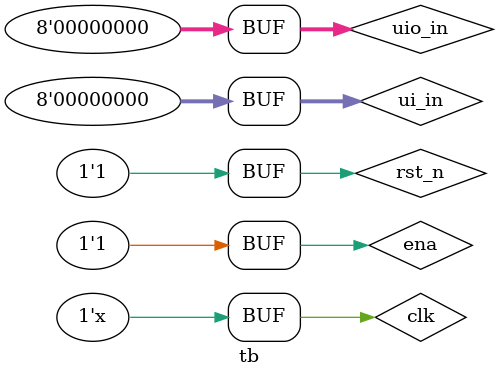
<source format=v>
`default_nettype none
`timescale 1ns / 1ps

/* This testbench instantiates your Weighted Majority Voter design
   and applies a simple input stimulus with reset sequence.
   It dumps waveform for viewing in gtkwave or similar.
*/
module tb ();

    // Dump the signals to a VCD file.
    initial begin
        $dumpfile("tb.vcd");
        $dumpvars(0, tb);
        #1;
    end

    reg clk;
    reg rst_n;
    reg ena;
    reg [7:0] ui_in;
    reg [7:0] uio_in;  // Must be reg to drive values
    wire [7:0] uo_out;
    wire [7:0] uio_out;
    wire [7:0] uio_oe;

`ifdef GL_TEST
    wire VPWR = 1'b1;
    wire VGND = 1'b0;
`endif

    // Instantiate your top-level module
    tt_um_weighted_majority dut (
`ifdef GL_TEST
        .VPWR(VPWR),
        .VGND(VGND),
`endif
        .clk(clk),
        .rst_n(rst_n),
        .ena(ena),
        .ui_in(ui_in),
        .uo_out(uo_out),
        .uio_in(uio_in),
        .uio_out(uio_out),
        .uio_oe(uio_oe)
    );

    // Assign constant zero to bidirectional inputs as not used
    // uio_in is reg here to allow driven values (could assign 0 constantly)
    initial uio_in = 8'd0;

    // Clock generation: 10 ns period (50 MHz)
    always #5 clk = ~clk;

    initial begin
        clk = 0;
        rst_n = 1;
        ena = 1;
        ui_in = 8'b00000000;

        #20 rst_n = 0;  // Assert reset (active low)
        #20 rst_n = 1;  // Release reset

        // Send '0' bits for 4 cycles
        repeat (4) begin
            ui_in[0] = 0;
            #10;
        end

        // Send '1' bits for 5 cycles
        repeat (5) begin
            ui_in[0] = 1;
            #10;
        end

        // Send '0' bits again for 6 cycles
        repeat (6) begin
            ui_in[0] = 0;
            #10;
        end

//        #100 $finish;
    end

    // Optional monitor for debugging:
    // initial begin
    //     $monitor("Time=%0t | ui_in[0]=%b | uo_out[0]=%b", $time, ui_in[0], uo_out[0]);
    // end

endmodule

</source>
